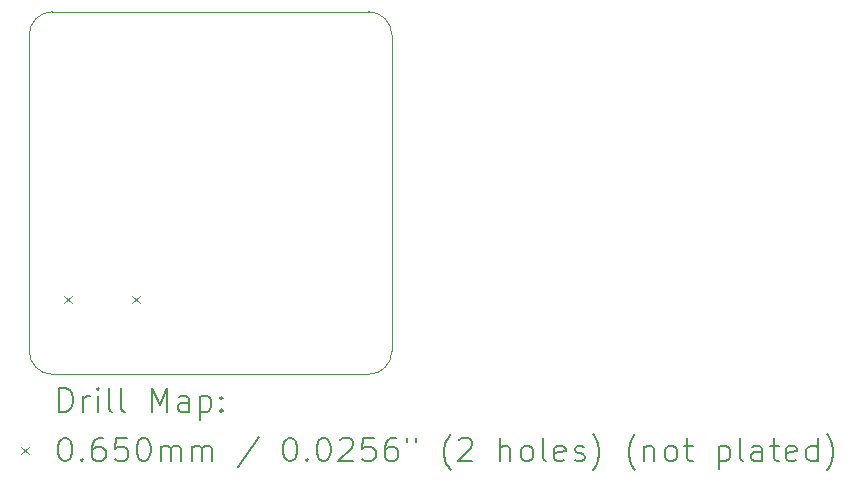
<source format=gbr>
%TF.GenerationSoftware,KiCad,Pcbnew,8.0.7*%
%TF.CreationDate,2024-12-18T23:49:56+01:00*%
%TF.ProjectId,neopixel_eliot_hat,6e656f70-6978-4656-9c5f-656c696f745f,rev?*%
%TF.SameCoordinates,Original*%
%TF.FileFunction,Drillmap*%
%TF.FilePolarity,Positive*%
%FSLAX45Y45*%
G04 Gerber Fmt 4.5, Leading zero omitted, Abs format (unit mm)*
G04 Created by KiCad (PCBNEW 8.0.7) date 2024-12-18 23:49:56*
%MOMM*%
%LPD*%
G01*
G04 APERTURE LIST*
%ADD10C,0.100000*%
%ADD11C,0.200000*%
G04 APERTURE END LIST*
D10*
X12085977Y-3885322D02*
G75*
G02*
X12281998Y-4081345I3J-196018D01*
G01*
X12282000Y-6759299D02*
G75*
G02*
X12085977Y-6955320I-196030J9D01*
G01*
X12282000Y-4081345D02*
X12282000Y-6759299D01*
X9408023Y-6955322D02*
G75*
G02*
X9211998Y-6759299I-3J196022D01*
G01*
X12085977Y-6955322D02*
X9408023Y-6955322D01*
X9212000Y-6759299D02*
X9212000Y-4081345D01*
X9408023Y-3885322D02*
X12085977Y-3885322D01*
X9212000Y-4081345D02*
G75*
G02*
X9408023Y-3885320I196010J15D01*
G01*
D11*
D10*
X9505500Y-6290500D02*
X9570500Y-6355500D01*
X9570500Y-6290500D02*
X9505500Y-6355500D01*
X10083500Y-6290500D02*
X10148500Y-6355500D01*
X10148500Y-6290500D02*
X10083500Y-6355500D01*
D11*
X9467775Y-7271806D02*
X9467775Y-7071806D01*
X9467775Y-7071806D02*
X9515394Y-7071806D01*
X9515394Y-7071806D02*
X9543965Y-7081330D01*
X9543965Y-7081330D02*
X9563013Y-7100377D01*
X9563013Y-7100377D02*
X9572536Y-7119425D01*
X9572536Y-7119425D02*
X9582060Y-7157520D01*
X9582060Y-7157520D02*
X9582060Y-7186092D01*
X9582060Y-7186092D02*
X9572536Y-7224187D01*
X9572536Y-7224187D02*
X9563013Y-7243235D01*
X9563013Y-7243235D02*
X9543965Y-7262282D01*
X9543965Y-7262282D02*
X9515394Y-7271806D01*
X9515394Y-7271806D02*
X9467775Y-7271806D01*
X9667775Y-7271806D02*
X9667775Y-7138473D01*
X9667775Y-7176568D02*
X9677298Y-7157520D01*
X9677298Y-7157520D02*
X9686822Y-7147996D01*
X9686822Y-7147996D02*
X9705870Y-7138473D01*
X9705870Y-7138473D02*
X9724917Y-7138473D01*
X9791584Y-7271806D02*
X9791584Y-7138473D01*
X9791584Y-7071806D02*
X9782060Y-7081330D01*
X9782060Y-7081330D02*
X9791584Y-7090854D01*
X9791584Y-7090854D02*
X9801108Y-7081330D01*
X9801108Y-7081330D02*
X9791584Y-7071806D01*
X9791584Y-7071806D02*
X9791584Y-7090854D01*
X9915394Y-7271806D02*
X9896346Y-7262282D01*
X9896346Y-7262282D02*
X9886822Y-7243235D01*
X9886822Y-7243235D02*
X9886822Y-7071806D01*
X10020155Y-7271806D02*
X10001108Y-7262282D01*
X10001108Y-7262282D02*
X9991584Y-7243235D01*
X9991584Y-7243235D02*
X9991584Y-7071806D01*
X10248727Y-7271806D02*
X10248727Y-7071806D01*
X10248727Y-7071806D02*
X10315394Y-7214663D01*
X10315394Y-7214663D02*
X10382060Y-7071806D01*
X10382060Y-7071806D02*
X10382060Y-7271806D01*
X10563013Y-7271806D02*
X10563013Y-7167044D01*
X10563013Y-7167044D02*
X10553489Y-7147996D01*
X10553489Y-7147996D02*
X10534441Y-7138473D01*
X10534441Y-7138473D02*
X10496346Y-7138473D01*
X10496346Y-7138473D02*
X10477298Y-7147996D01*
X10563013Y-7262282D02*
X10543965Y-7271806D01*
X10543965Y-7271806D02*
X10496346Y-7271806D01*
X10496346Y-7271806D02*
X10477298Y-7262282D01*
X10477298Y-7262282D02*
X10467775Y-7243235D01*
X10467775Y-7243235D02*
X10467775Y-7224187D01*
X10467775Y-7224187D02*
X10477298Y-7205139D01*
X10477298Y-7205139D02*
X10496346Y-7195616D01*
X10496346Y-7195616D02*
X10543965Y-7195616D01*
X10543965Y-7195616D02*
X10563013Y-7186092D01*
X10658251Y-7138473D02*
X10658251Y-7338473D01*
X10658251Y-7147996D02*
X10677298Y-7138473D01*
X10677298Y-7138473D02*
X10715394Y-7138473D01*
X10715394Y-7138473D02*
X10734441Y-7147996D01*
X10734441Y-7147996D02*
X10743965Y-7157520D01*
X10743965Y-7157520D02*
X10753489Y-7176568D01*
X10753489Y-7176568D02*
X10753489Y-7233711D01*
X10753489Y-7233711D02*
X10743965Y-7252758D01*
X10743965Y-7252758D02*
X10734441Y-7262282D01*
X10734441Y-7262282D02*
X10715394Y-7271806D01*
X10715394Y-7271806D02*
X10677298Y-7271806D01*
X10677298Y-7271806D02*
X10658251Y-7262282D01*
X10839203Y-7252758D02*
X10848727Y-7262282D01*
X10848727Y-7262282D02*
X10839203Y-7271806D01*
X10839203Y-7271806D02*
X10829679Y-7262282D01*
X10829679Y-7262282D02*
X10839203Y-7252758D01*
X10839203Y-7252758D02*
X10839203Y-7271806D01*
X10839203Y-7147996D02*
X10848727Y-7157520D01*
X10848727Y-7157520D02*
X10839203Y-7167044D01*
X10839203Y-7167044D02*
X10829679Y-7157520D01*
X10829679Y-7157520D02*
X10839203Y-7147996D01*
X10839203Y-7147996D02*
X10839203Y-7167044D01*
D10*
X9141998Y-7567822D02*
X9206998Y-7632822D01*
X9206998Y-7567822D02*
X9141998Y-7632822D01*
D11*
X9505870Y-7491806D02*
X9524917Y-7491806D01*
X9524917Y-7491806D02*
X9543965Y-7501330D01*
X9543965Y-7501330D02*
X9553489Y-7510854D01*
X9553489Y-7510854D02*
X9563013Y-7529901D01*
X9563013Y-7529901D02*
X9572536Y-7567996D01*
X9572536Y-7567996D02*
X9572536Y-7615616D01*
X9572536Y-7615616D02*
X9563013Y-7653711D01*
X9563013Y-7653711D02*
X9553489Y-7672758D01*
X9553489Y-7672758D02*
X9543965Y-7682282D01*
X9543965Y-7682282D02*
X9524917Y-7691806D01*
X9524917Y-7691806D02*
X9505870Y-7691806D01*
X9505870Y-7691806D02*
X9486822Y-7682282D01*
X9486822Y-7682282D02*
X9477298Y-7672758D01*
X9477298Y-7672758D02*
X9467775Y-7653711D01*
X9467775Y-7653711D02*
X9458251Y-7615616D01*
X9458251Y-7615616D02*
X9458251Y-7567996D01*
X9458251Y-7567996D02*
X9467775Y-7529901D01*
X9467775Y-7529901D02*
X9477298Y-7510854D01*
X9477298Y-7510854D02*
X9486822Y-7501330D01*
X9486822Y-7501330D02*
X9505870Y-7491806D01*
X9658251Y-7672758D02*
X9667775Y-7682282D01*
X9667775Y-7682282D02*
X9658251Y-7691806D01*
X9658251Y-7691806D02*
X9648727Y-7682282D01*
X9648727Y-7682282D02*
X9658251Y-7672758D01*
X9658251Y-7672758D02*
X9658251Y-7691806D01*
X9839203Y-7491806D02*
X9801108Y-7491806D01*
X9801108Y-7491806D02*
X9782060Y-7501330D01*
X9782060Y-7501330D02*
X9772536Y-7510854D01*
X9772536Y-7510854D02*
X9753489Y-7539425D01*
X9753489Y-7539425D02*
X9743965Y-7577520D01*
X9743965Y-7577520D02*
X9743965Y-7653711D01*
X9743965Y-7653711D02*
X9753489Y-7672758D01*
X9753489Y-7672758D02*
X9763013Y-7682282D01*
X9763013Y-7682282D02*
X9782060Y-7691806D01*
X9782060Y-7691806D02*
X9820156Y-7691806D01*
X9820156Y-7691806D02*
X9839203Y-7682282D01*
X9839203Y-7682282D02*
X9848727Y-7672758D01*
X9848727Y-7672758D02*
X9858251Y-7653711D01*
X9858251Y-7653711D02*
X9858251Y-7606092D01*
X9858251Y-7606092D02*
X9848727Y-7587044D01*
X9848727Y-7587044D02*
X9839203Y-7577520D01*
X9839203Y-7577520D02*
X9820156Y-7567996D01*
X9820156Y-7567996D02*
X9782060Y-7567996D01*
X9782060Y-7567996D02*
X9763013Y-7577520D01*
X9763013Y-7577520D02*
X9753489Y-7587044D01*
X9753489Y-7587044D02*
X9743965Y-7606092D01*
X10039203Y-7491806D02*
X9943965Y-7491806D01*
X9943965Y-7491806D02*
X9934441Y-7587044D01*
X9934441Y-7587044D02*
X9943965Y-7577520D01*
X9943965Y-7577520D02*
X9963013Y-7567996D01*
X9963013Y-7567996D02*
X10010632Y-7567996D01*
X10010632Y-7567996D02*
X10029679Y-7577520D01*
X10029679Y-7577520D02*
X10039203Y-7587044D01*
X10039203Y-7587044D02*
X10048727Y-7606092D01*
X10048727Y-7606092D02*
X10048727Y-7653711D01*
X10048727Y-7653711D02*
X10039203Y-7672758D01*
X10039203Y-7672758D02*
X10029679Y-7682282D01*
X10029679Y-7682282D02*
X10010632Y-7691806D01*
X10010632Y-7691806D02*
X9963013Y-7691806D01*
X9963013Y-7691806D02*
X9943965Y-7682282D01*
X9943965Y-7682282D02*
X9934441Y-7672758D01*
X10172536Y-7491806D02*
X10191584Y-7491806D01*
X10191584Y-7491806D02*
X10210632Y-7501330D01*
X10210632Y-7501330D02*
X10220156Y-7510854D01*
X10220156Y-7510854D02*
X10229679Y-7529901D01*
X10229679Y-7529901D02*
X10239203Y-7567996D01*
X10239203Y-7567996D02*
X10239203Y-7615616D01*
X10239203Y-7615616D02*
X10229679Y-7653711D01*
X10229679Y-7653711D02*
X10220156Y-7672758D01*
X10220156Y-7672758D02*
X10210632Y-7682282D01*
X10210632Y-7682282D02*
X10191584Y-7691806D01*
X10191584Y-7691806D02*
X10172536Y-7691806D01*
X10172536Y-7691806D02*
X10153489Y-7682282D01*
X10153489Y-7682282D02*
X10143965Y-7672758D01*
X10143965Y-7672758D02*
X10134441Y-7653711D01*
X10134441Y-7653711D02*
X10124917Y-7615616D01*
X10124917Y-7615616D02*
X10124917Y-7567996D01*
X10124917Y-7567996D02*
X10134441Y-7529901D01*
X10134441Y-7529901D02*
X10143965Y-7510854D01*
X10143965Y-7510854D02*
X10153489Y-7501330D01*
X10153489Y-7501330D02*
X10172536Y-7491806D01*
X10324917Y-7691806D02*
X10324917Y-7558473D01*
X10324917Y-7577520D02*
X10334441Y-7567996D01*
X10334441Y-7567996D02*
X10353489Y-7558473D01*
X10353489Y-7558473D02*
X10382060Y-7558473D01*
X10382060Y-7558473D02*
X10401108Y-7567996D01*
X10401108Y-7567996D02*
X10410632Y-7587044D01*
X10410632Y-7587044D02*
X10410632Y-7691806D01*
X10410632Y-7587044D02*
X10420156Y-7567996D01*
X10420156Y-7567996D02*
X10439203Y-7558473D01*
X10439203Y-7558473D02*
X10467775Y-7558473D01*
X10467775Y-7558473D02*
X10486822Y-7567996D01*
X10486822Y-7567996D02*
X10496346Y-7587044D01*
X10496346Y-7587044D02*
X10496346Y-7691806D01*
X10591584Y-7691806D02*
X10591584Y-7558473D01*
X10591584Y-7577520D02*
X10601108Y-7567996D01*
X10601108Y-7567996D02*
X10620156Y-7558473D01*
X10620156Y-7558473D02*
X10648727Y-7558473D01*
X10648727Y-7558473D02*
X10667775Y-7567996D01*
X10667775Y-7567996D02*
X10677298Y-7587044D01*
X10677298Y-7587044D02*
X10677298Y-7691806D01*
X10677298Y-7587044D02*
X10686822Y-7567996D01*
X10686822Y-7567996D02*
X10705870Y-7558473D01*
X10705870Y-7558473D02*
X10734441Y-7558473D01*
X10734441Y-7558473D02*
X10753489Y-7567996D01*
X10753489Y-7567996D02*
X10763013Y-7587044D01*
X10763013Y-7587044D02*
X10763013Y-7691806D01*
X11153489Y-7482282D02*
X10982060Y-7739425D01*
X11410632Y-7491806D02*
X11429679Y-7491806D01*
X11429679Y-7491806D02*
X11448727Y-7501330D01*
X11448727Y-7501330D02*
X11458251Y-7510854D01*
X11458251Y-7510854D02*
X11467775Y-7529901D01*
X11467775Y-7529901D02*
X11477298Y-7567996D01*
X11477298Y-7567996D02*
X11477298Y-7615616D01*
X11477298Y-7615616D02*
X11467775Y-7653711D01*
X11467775Y-7653711D02*
X11458251Y-7672758D01*
X11458251Y-7672758D02*
X11448727Y-7682282D01*
X11448727Y-7682282D02*
X11429679Y-7691806D01*
X11429679Y-7691806D02*
X11410632Y-7691806D01*
X11410632Y-7691806D02*
X11391584Y-7682282D01*
X11391584Y-7682282D02*
X11382060Y-7672758D01*
X11382060Y-7672758D02*
X11372537Y-7653711D01*
X11372537Y-7653711D02*
X11363013Y-7615616D01*
X11363013Y-7615616D02*
X11363013Y-7567996D01*
X11363013Y-7567996D02*
X11372537Y-7529901D01*
X11372537Y-7529901D02*
X11382060Y-7510854D01*
X11382060Y-7510854D02*
X11391584Y-7501330D01*
X11391584Y-7501330D02*
X11410632Y-7491806D01*
X11563013Y-7672758D02*
X11572537Y-7682282D01*
X11572537Y-7682282D02*
X11563013Y-7691806D01*
X11563013Y-7691806D02*
X11553489Y-7682282D01*
X11553489Y-7682282D02*
X11563013Y-7672758D01*
X11563013Y-7672758D02*
X11563013Y-7691806D01*
X11696346Y-7491806D02*
X11715394Y-7491806D01*
X11715394Y-7491806D02*
X11734441Y-7501330D01*
X11734441Y-7501330D02*
X11743965Y-7510854D01*
X11743965Y-7510854D02*
X11753489Y-7529901D01*
X11753489Y-7529901D02*
X11763013Y-7567996D01*
X11763013Y-7567996D02*
X11763013Y-7615616D01*
X11763013Y-7615616D02*
X11753489Y-7653711D01*
X11753489Y-7653711D02*
X11743965Y-7672758D01*
X11743965Y-7672758D02*
X11734441Y-7682282D01*
X11734441Y-7682282D02*
X11715394Y-7691806D01*
X11715394Y-7691806D02*
X11696346Y-7691806D01*
X11696346Y-7691806D02*
X11677298Y-7682282D01*
X11677298Y-7682282D02*
X11667775Y-7672758D01*
X11667775Y-7672758D02*
X11658251Y-7653711D01*
X11658251Y-7653711D02*
X11648727Y-7615616D01*
X11648727Y-7615616D02*
X11648727Y-7567996D01*
X11648727Y-7567996D02*
X11658251Y-7529901D01*
X11658251Y-7529901D02*
X11667775Y-7510854D01*
X11667775Y-7510854D02*
X11677298Y-7501330D01*
X11677298Y-7501330D02*
X11696346Y-7491806D01*
X11839203Y-7510854D02*
X11848727Y-7501330D01*
X11848727Y-7501330D02*
X11867775Y-7491806D01*
X11867775Y-7491806D02*
X11915394Y-7491806D01*
X11915394Y-7491806D02*
X11934441Y-7501330D01*
X11934441Y-7501330D02*
X11943965Y-7510854D01*
X11943965Y-7510854D02*
X11953489Y-7529901D01*
X11953489Y-7529901D02*
X11953489Y-7548949D01*
X11953489Y-7548949D02*
X11943965Y-7577520D01*
X11943965Y-7577520D02*
X11829679Y-7691806D01*
X11829679Y-7691806D02*
X11953489Y-7691806D01*
X12134441Y-7491806D02*
X12039203Y-7491806D01*
X12039203Y-7491806D02*
X12029679Y-7587044D01*
X12029679Y-7587044D02*
X12039203Y-7577520D01*
X12039203Y-7577520D02*
X12058251Y-7567996D01*
X12058251Y-7567996D02*
X12105870Y-7567996D01*
X12105870Y-7567996D02*
X12124918Y-7577520D01*
X12124918Y-7577520D02*
X12134441Y-7587044D01*
X12134441Y-7587044D02*
X12143965Y-7606092D01*
X12143965Y-7606092D02*
X12143965Y-7653711D01*
X12143965Y-7653711D02*
X12134441Y-7672758D01*
X12134441Y-7672758D02*
X12124918Y-7682282D01*
X12124918Y-7682282D02*
X12105870Y-7691806D01*
X12105870Y-7691806D02*
X12058251Y-7691806D01*
X12058251Y-7691806D02*
X12039203Y-7682282D01*
X12039203Y-7682282D02*
X12029679Y-7672758D01*
X12315394Y-7491806D02*
X12277298Y-7491806D01*
X12277298Y-7491806D02*
X12258251Y-7501330D01*
X12258251Y-7501330D02*
X12248727Y-7510854D01*
X12248727Y-7510854D02*
X12229679Y-7539425D01*
X12229679Y-7539425D02*
X12220156Y-7577520D01*
X12220156Y-7577520D02*
X12220156Y-7653711D01*
X12220156Y-7653711D02*
X12229679Y-7672758D01*
X12229679Y-7672758D02*
X12239203Y-7682282D01*
X12239203Y-7682282D02*
X12258251Y-7691806D01*
X12258251Y-7691806D02*
X12296346Y-7691806D01*
X12296346Y-7691806D02*
X12315394Y-7682282D01*
X12315394Y-7682282D02*
X12324918Y-7672758D01*
X12324918Y-7672758D02*
X12334441Y-7653711D01*
X12334441Y-7653711D02*
X12334441Y-7606092D01*
X12334441Y-7606092D02*
X12324918Y-7587044D01*
X12324918Y-7587044D02*
X12315394Y-7577520D01*
X12315394Y-7577520D02*
X12296346Y-7567996D01*
X12296346Y-7567996D02*
X12258251Y-7567996D01*
X12258251Y-7567996D02*
X12239203Y-7577520D01*
X12239203Y-7577520D02*
X12229679Y-7587044D01*
X12229679Y-7587044D02*
X12220156Y-7606092D01*
X12410632Y-7491806D02*
X12410632Y-7529901D01*
X12486822Y-7491806D02*
X12486822Y-7529901D01*
X12782061Y-7767996D02*
X12772537Y-7758473D01*
X12772537Y-7758473D02*
X12753489Y-7729901D01*
X12753489Y-7729901D02*
X12743965Y-7710854D01*
X12743965Y-7710854D02*
X12734441Y-7682282D01*
X12734441Y-7682282D02*
X12724918Y-7634663D01*
X12724918Y-7634663D02*
X12724918Y-7596568D01*
X12724918Y-7596568D02*
X12734441Y-7548949D01*
X12734441Y-7548949D02*
X12743965Y-7520377D01*
X12743965Y-7520377D02*
X12753489Y-7501330D01*
X12753489Y-7501330D02*
X12772537Y-7472758D01*
X12772537Y-7472758D02*
X12782061Y-7463235D01*
X12848727Y-7510854D02*
X12858251Y-7501330D01*
X12858251Y-7501330D02*
X12877299Y-7491806D01*
X12877299Y-7491806D02*
X12924918Y-7491806D01*
X12924918Y-7491806D02*
X12943965Y-7501330D01*
X12943965Y-7501330D02*
X12953489Y-7510854D01*
X12953489Y-7510854D02*
X12963013Y-7529901D01*
X12963013Y-7529901D02*
X12963013Y-7548949D01*
X12963013Y-7548949D02*
X12953489Y-7577520D01*
X12953489Y-7577520D02*
X12839203Y-7691806D01*
X12839203Y-7691806D02*
X12963013Y-7691806D01*
X13201108Y-7691806D02*
X13201108Y-7491806D01*
X13286822Y-7691806D02*
X13286822Y-7587044D01*
X13286822Y-7587044D02*
X13277299Y-7567996D01*
X13277299Y-7567996D02*
X13258251Y-7558473D01*
X13258251Y-7558473D02*
X13229680Y-7558473D01*
X13229680Y-7558473D02*
X13210632Y-7567996D01*
X13210632Y-7567996D02*
X13201108Y-7577520D01*
X13410632Y-7691806D02*
X13391584Y-7682282D01*
X13391584Y-7682282D02*
X13382061Y-7672758D01*
X13382061Y-7672758D02*
X13372537Y-7653711D01*
X13372537Y-7653711D02*
X13372537Y-7596568D01*
X13372537Y-7596568D02*
X13382061Y-7577520D01*
X13382061Y-7577520D02*
X13391584Y-7567996D01*
X13391584Y-7567996D02*
X13410632Y-7558473D01*
X13410632Y-7558473D02*
X13439203Y-7558473D01*
X13439203Y-7558473D02*
X13458251Y-7567996D01*
X13458251Y-7567996D02*
X13467775Y-7577520D01*
X13467775Y-7577520D02*
X13477299Y-7596568D01*
X13477299Y-7596568D02*
X13477299Y-7653711D01*
X13477299Y-7653711D02*
X13467775Y-7672758D01*
X13467775Y-7672758D02*
X13458251Y-7682282D01*
X13458251Y-7682282D02*
X13439203Y-7691806D01*
X13439203Y-7691806D02*
X13410632Y-7691806D01*
X13591584Y-7691806D02*
X13572537Y-7682282D01*
X13572537Y-7682282D02*
X13563013Y-7663235D01*
X13563013Y-7663235D02*
X13563013Y-7491806D01*
X13743965Y-7682282D02*
X13724918Y-7691806D01*
X13724918Y-7691806D02*
X13686822Y-7691806D01*
X13686822Y-7691806D02*
X13667775Y-7682282D01*
X13667775Y-7682282D02*
X13658251Y-7663235D01*
X13658251Y-7663235D02*
X13658251Y-7587044D01*
X13658251Y-7587044D02*
X13667775Y-7567996D01*
X13667775Y-7567996D02*
X13686822Y-7558473D01*
X13686822Y-7558473D02*
X13724918Y-7558473D01*
X13724918Y-7558473D02*
X13743965Y-7567996D01*
X13743965Y-7567996D02*
X13753489Y-7587044D01*
X13753489Y-7587044D02*
X13753489Y-7606092D01*
X13753489Y-7606092D02*
X13658251Y-7625139D01*
X13829680Y-7682282D02*
X13848727Y-7691806D01*
X13848727Y-7691806D02*
X13886822Y-7691806D01*
X13886822Y-7691806D02*
X13905870Y-7682282D01*
X13905870Y-7682282D02*
X13915394Y-7663235D01*
X13915394Y-7663235D02*
X13915394Y-7653711D01*
X13915394Y-7653711D02*
X13905870Y-7634663D01*
X13905870Y-7634663D02*
X13886822Y-7625139D01*
X13886822Y-7625139D02*
X13858251Y-7625139D01*
X13858251Y-7625139D02*
X13839203Y-7615616D01*
X13839203Y-7615616D02*
X13829680Y-7596568D01*
X13829680Y-7596568D02*
X13829680Y-7587044D01*
X13829680Y-7587044D02*
X13839203Y-7567996D01*
X13839203Y-7567996D02*
X13858251Y-7558473D01*
X13858251Y-7558473D02*
X13886822Y-7558473D01*
X13886822Y-7558473D02*
X13905870Y-7567996D01*
X13982061Y-7767996D02*
X13991584Y-7758473D01*
X13991584Y-7758473D02*
X14010632Y-7729901D01*
X14010632Y-7729901D02*
X14020156Y-7710854D01*
X14020156Y-7710854D02*
X14029680Y-7682282D01*
X14029680Y-7682282D02*
X14039203Y-7634663D01*
X14039203Y-7634663D02*
X14039203Y-7596568D01*
X14039203Y-7596568D02*
X14029680Y-7548949D01*
X14029680Y-7548949D02*
X14020156Y-7520377D01*
X14020156Y-7520377D02*
X14010632Y-7501330D01*
X14010632Y-7501330D02*
X13991584Y-7472758D01*
X13991584Y-7472758D02*
X13982061Y-7463235D01*
X14343965Y-7767996D02*
X14334442Y-7758473D01*
X14334442Y-7758473D02*
X14315394Y-7729901D01*
X14315394Y-7729901D02*
X14305870Y-7710854D01*
X14305870Y-7710854D02*
X14296346Y-7682282D01*
X14296346Y-7682282D02*
X14286823Y-7634663D01*
X14286823Y-7634663D02*
X14286823Y-7596568D01*
X14286823Y-7596568D02*
X14296346Y-7548949D01*
X14296346Y-7548949D02*
X14305870Y-7520377D01*
X14305870Y-7520377D02*
X14315394Y-7501330D01*
X14315394Y-7501330D02*
X14334442Y-7472758D01*
X14334442Y-7472758D02*
X14343965Y-7463235D01*
X14420156Y-7558473D02*
X14420156Y-7691806D01*
X14420156Y-7577520D02*
X14429680Y-7567996D01*
X14429680Y-7567996D02*
X14448727Y-7558473D01*
X14448727Y-7558473D02*
X14477299Y-7558473D01*
X14477299Y-7558473D02*
X14496346Y-7567996D01*
X14496346Y-7567996D02*
X14505870Y-7587044D01*
X14505870Y-7587044D02*
X14505870Y-7691806D01*
X14629680Y-7691806D02*
X14610632Y-7682282D01*
X14610632Y-7682282D02*
X14601108Y-7672758D01*
X14601108Y-7672758D02*
X14591584Y-7653711D01*
X14591584Y-7653711D02*
X14591584Y-7596568D01*
X14591584Y-7596568D02*
X14601108Y-7577520D01*
X14601108Y-7577520D02*
X14610632Y-7567996D01*
X14610632Y-7567996D02*
X14629680Y-7558473D01*
X14629680Y-7558473D02*
X14658251Y-7558473D01*
X14658251Y-7558473D02*
X14677299Y-7567996D01*
X14677299Y-7567996D02*
X14686823Y-7577520D01*
X14686823Y-7577520D02*
X14696346Y-7596568D01*
X14696346Y-7596568D02*
X14696346Y-7653711D01*
X14696346Y-7653711D02*
X14686823Y-7672758D01*
X14686823Y-7672758D02*
X14677299Y-7682282D01*
X14677299Y-7682282D02*
X14658251Y-7691806D01*
X14658251Y-7691806D02*
X14629680Y-7691806D01*
X14753489Y-7558473D02*
X14829680Y-7558473D01*
X14782061Y-7491806D02*
X14782061Y-7663235D01*
X14782061Y-7663235D02*
X14791584Y-7682282D01*
X14791584Y-7682282D02*
X14810632Y-7691806D01*
X14810632Y-7691806D02*
X14829680Y-7691806D01*
X15048727Y-7558473D02*
X15048727Y-7758473D01*
X15048727Y-7567996D02*
X15067775Y-7558473D01*
X15067775Y-7558473D02*
X15105870Y-7558473D01*
X15105870Y-7558473D02*
X15124918Y-7567996D01*
X15124918Y-7567996D02*
X15134442Y-7577520D01*
X15134442Y-7577520D02*
X15143965Y-7596568D01*
X15143965Y-7596568D02*
X15143965Y-7653711D01*
X15143965Y-7653711D02*
X15134442Y-7672758D01*
X15134442Y-7672758D02*
X15124918Y-7682282D01*
X15124918Y-7682282D02*
X15105870Y-7691806D01*
X15105870Y-7691806D02*
X15067775Y-7691806D01*
X15067775Y-7691806D02*
X15048727Y-7682282D01*
X15258251Y-7691806D02*
X15239204Y-7682282D01*
X15239204Y-7682282D02*
X15229680Y-7663235D01*
X15229680Y-7663235D02*
X15229680Y-7491806D01*
X15420156Y-7691806D02*
X15420156Y-7587044D01*
X15420156Y-7587044D02*
X15410632Y-7567996D01*
X15410632Y-7567996D02*
X15391585Y-7558473D01*
X15391585Y-7558473D02*
X15353489Y-7558473D01*
X15353489Y-7558473D02*
X15334442Y-7567996D01*
X15420156Y-7682282D02*
X15401108Y-7691806D01*
X15401108Y-7691806D02*
X15353489Y-7691806D01*
X15353489Y-7691806D02*
X15334442Y-7682282D01*
X15334442Y-7682282D02*
X15324918Y-7663235D01*
X15324918Y-7663235D02*
X15324918Y-7644187D01*
X15324918Y-7644187D02*
X15334442Y-7625139D01*
X15334442Y-7625139D02*
X15353489Y-7615616D01*
X15353489Y-7615616D02*
X15401108Y-7615616D01*
X15401108Y-7615616D02*
X15420156Y-7606092D01*
X15486823Y-7558473D02*
X15563013Y-7558473D01*
X15515394Y-7491806D02*
X15515394Y-7663235D01*
X15515394Y-7663235D02*
X15524918Y-7682282D01*
X15524918Y-7682282D02*
X15543965Y-7691806D01*
X15543965Y-7691806D02*
X15563013Y-7691806D01*
X15705870Y-7682282D02*
X15686823Y-7691806D01*
X15686823Y-7691806D02*
X15648727Y-7691806D01*
X15648727Y-7691806D02*
X15629680Y-7682282D01*
X15629680Y-7682282D02*
X15620156Y-7663235D01*
X15620156Y-7663235D02*
X15620156Y-7587044D01*
X15620156Y-7587044D02*
X15629680Y-7567996D01*
X15629680Y-7567996D02*
X15648727Y-7558473D01*
X15648727Y-7558473D02*
X15686823Y-7558473D01*
X15686823Y-7558473D02*
X15705870Y-7567996D01*
X15705870Y-7567996D02*
X15715394Y-7587044D01*
X15715394Y-7587044D02*
X15715394Y-7606092D01*
X15715394Y-7606092D02*
X15620156Y-7625139D01*
X15886823Y-7691806D02*
X15886823Y-7491806D01*
X15886823Y-7682282D02*
X15867775Y-7691806D01*
X15867775Y-7691806D02*
X15829680Y-7691806D01*
X15829680Y-7691806D02*
X15810632Y-7682282D01*
X15810632Y-7682282D02*
X15801108Y-7672758D01*
X15801108Y-7672758D02*
X15791585Y-7653711D01*
X15791585Y-7653711D02*
X15791585Y-7596568D01*
X15791585Y-7596568D02*
X15801108Y-7577520D01*
X15801108Y-7577520D02*
X15810632Y-7567996D01*
X15810632Y-7567996D02*
X15829680Y-7558473D01*
X15829680Y-7558473D02*
X15867775Y-7558473D01*
X15867775Y-7558473D02*
X15886823Y-7567996D01*
X15963013Y-7767996D02*
X15972537Y-7758473D01*
X15972537Y-7758473D02*
X15991585Y-7729901D01*
X15991585Y-7729901D02*
X16001108Y-7710854D01*
X16001108Y-7710854D02*
X16010632Y-7682282D01*
X16010632Y-7682282D02*
X16020156Y-7634663D01*
X16020156Y-7634663D02*
X16020156Y-7596568D01*
X16020156Y-7596568D02*
X16010632Y-7548949D01*
X16010632Y-7548949D02*
X16001108Y-7520377D01*
X16001108Y-7520377D02*
X15991585Y-7501330D01*
X15991585Y-7501330D02*
X15972537Y-7472758D01*
X15972537Y-7472758D02*
X15963013Y-7463235D01*
M02*

</source>
